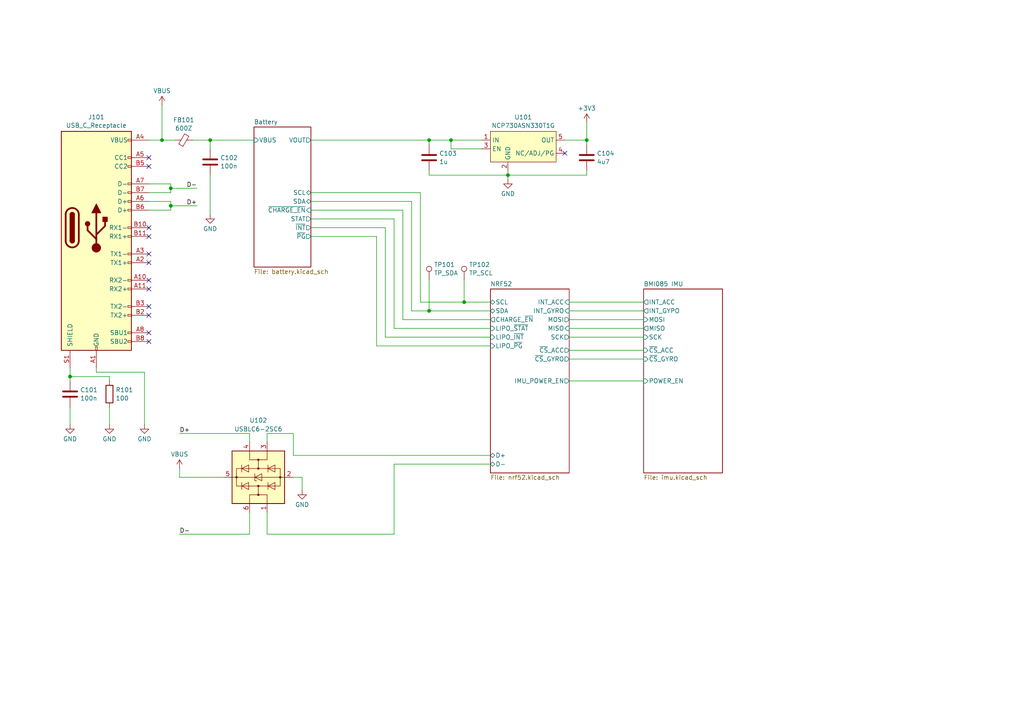
<source format=kicad_sch>
(kicad_sch (version 20230121) (generator eeschema)
  (paper "A4")
  (lib_symbols
    (symbol "Connector:TestPoint" (pin_numbers hide) (pin_names (offset 0.762) hide)
      (property "Reference" "TP" (at 0 6.858 0))
      (property "Value" "TestPoint" (at 0 5.08 0))
      (symbol "TestPoint_0_1"
        (circle (center 0 3.302) (radius 0.762))
      )
      (symbol "TestPoint_1_1"
        (pin passive line (at 0 0 90) (length 2.54) (name "1") (number "1"))
      )
    )
    (symbol "Connector:USB_C_Receptacle" (pin_names (offset 1.016))
      (property "Reference" "J" (at -10.16 29.21 0))
      (property "Value" "USB_C_Receptacle" (at 10.16 29.21 0))
      (symbol "USB_C_Receptacle_0_0"
        (rectangle (start -0.254 -35.56) (end 0.254 -34.544))
        (rectangle (start 10.16 -32.766) (end 9.144 -33.274))
        (rectangle (start 10.16 -30.226) (end 9.144 -30.734))
        (rectangle (start 10.16 -25.146) (end 9.144 -25.654))
        (rectangle (start 10.16 -22.606) (end 9.144 -23.114))
        (rectangle (start 10.16 -17.526) (end 9.144 -18.034))
        (rectangle (start 10.16 -14.986) (end 9.144 -15.494))
        (rectangle (start 10.16 -9.906) (end 9.144 -10.414))
        (rectangle (start 10.16 -7.366) (end 9.144 -7.874))
        (rectangle (start 10.16 -2.286) (end 9.144 -2.794))
        (rectangle (start 10.16 0.254) (end 9.144 -0.254))
        (rectangle (start 10.16 5.334) (end 9.144 4.826))
        (rectangle (start 10.16 7.874) (end 9.144 7.366))
        (rectangle (start 10.16 10.414) (end 9.144 9.906))
        (rectangle (start 10.16 12.954) (end 9.144 12.446))
        (rectangle (start 10.16 18.034) (end 9.144 17.526))
        (rectangle (start 10.16 20.574) (end 9.144 20.066))
        (rectangle (start 10.16 25.654) (end 9.144 25.146))
      )
      (symbol "USB_C_Receptacle_0_1"
        (rectangle (start -10.16 27.94) (end 10.16 -35.56) (stroke (width 0.254)) (fill (type background)))
        (arc (start -8.89 -3.81) (mid -6.985 -5.7067) (end -5.08 -3.81) (stroke (width 0.508)))
        (arc (start -7.62 -3.81) (mid -6.985 -4.4423) (end -6.35 -3.81) (stroke (width 0.254)))
        (arc (start -7.62 -3.81) (mid -6.985 -4.4423) (end -6.35 -3.81) (stroke (width 0.254)) (fill (type outline)))
        (rectangle (start -7.62 -3.81) (end -6.35 3.81) (stroke (width 0.254)) (fill (type outline)))
        (arc (start -6.35 3.81) (mid -6.985 4.4423) (end -7.62 3.81) (stroke (width 0.254)))
        (arc (start -6.35 3.81) (mid -6.985 4.4423) (end -7.62 3.81) (stroke (width 0.254)) (fill (type outline)))
        (arc (start -5.08 3.81) (mid -6.985 5.7067) (end -8.89 3.81) (stroke (width 0.508)))
        (polyline (pts (xy -8.89 -3.81) (xy -8.89 3.81)) (stroke (width 0.508)))
        (polyline (pts (xy -5.08 3.81) (xy -5.08 -3.81)) (stroke (width 0.508)))
      )
      (symbol "USB_C_Receptacle_1_1"
        (circle (center -2.54 1.143) (radius 0.635) (stroke (width 0.254)) (fill (type outline)))
        (circle (center 0 -5.842) (radius 1.27) (fill (type outline)))
        (polyline (pts (xy 0 -5.842) (xy 0 4.318)) (stroke (width 0.508)))
        (polyline (pts (xy 0 -3.302) (xy -2.54 -0.762) (xy -2.54 0.508)) (stroke (width 0.508)))
        (polyline (pts (xy 0 -2.032) (xy 2.54 0.508) (xy 2.54 1.778)) (stroke (width 0.508)))
        (polyline (pts (xy -1.27 4.318) (xy 0 6.858) (xy 1.27 4.318) (xy -1.27 4.318)) (stroke (width 0.254)) (fill (type outline)))
        (rectangle (start 1.905 1.778) (end 3.175 3.048) (stroke (width 0.254)) (fill (type outline)))
        (pin passive line (at 0 -40.64 90) (length 5.08) (name "GND") (number "A1"))
        (pin bidirectional line (at 15.24 -15.24 180) (length 5.08) (name "RX2-") (number "A10"))
        (pin bidirectional line (at 15.24 -17.78 180) (length 5.08) (name "RX2+") (number "A11"))
        (pin passive line (at 0 -40.64 90) (length 5.08) hide (name "GND") (number "A12"))
        (pin bidirectional line (at 15.24 -10.16 180) (length 5.08) (name "TX1+") (number "A2"))
        (pin bidirectional line (at 15.24 -7.62 180) (length 5.08) (name "TX1-") (number "A3"))
        (pin passive line (at 15.24 25.4 180) (length 5.08) (name "VBUS") (number "A4"))
        (pin bidirectional line (at 15.24 20.32 180) (length 5.08) (name "CC1") (number "A5"))
        (pin bidirectional line (at 15.24 7.62 180) (length 5.08) (name "D+") (number "A6"))
        (pin bidirectional line (at 15.24 12.7 180) (length 5.08) (name "D-") (number "A7"))
        (pin bidirectional line (at 15.24 -30.48 180) (length 5.08) (name "SBU1") (number "A8"))
        (pin passive line (at 15.24 25.4 180) (length 5.08) hide (name "VBUS") (number "A9"))
        (pin passive line (at 0 -40.64 90) (length 5.08) hide (name "GND") (number "B1"))
        (pin bidirectional line (at 15.24 0 180) (length 5.08) (name "RX1-") (number "B10"))
        (pin bidirectional line (at 15.24 -2.54 180) (length 5.08) (name "RX1+") (number "B11"))
        (pin passive line (at 0 -40.64 90) (length 5.08) hide (name "GND") (number "B12"))
        (pin bidirectional line (at 15.24 -25.4 180) (length 5.08) (name "TX2+") (number "B2"))
        (pin bidirectional line (at 15.24 -22.86 180) (length 5.08) (name "TX2-") (number "B3"))
        (pin passive line (at 15.24 25.4 180) (length 5.08) hide (name "VBUS") (number "B4"))
        (pin bidirectional line (at 15.24 17.78 180) (length 5.08) (name "CC2") (number "B5"))
        (pin bidirectional line (at 15.24 5.08 180) (length 5.08) (name "D+") (number "B6"))
        (pin bidirectional line (at 15.24 10.16 180) (length 5.08) (name "D-") (number "B7"))
        (pin bidirectional line (at 15.24 -33.02 180) (length 5.08) (name "SBU2") (number "B8"))
        (pin passive line (at 15.24 25.4 180) (length 5.08) hide (name "VBUS") (number "B9"))
        (pin passive line (at -7.62 -40.64 90) (length 5.08) (name "SHIELD") (number "S1"))
      )
    )
    (symbol "Device:C" (pin_numbers hide) (pin_names (offset 0.254))
      (property "Reference" "C" (at 0.635 2.54 0))
      (property "Value" "C" (at 0.635 -2.54 0))
      (symbol "C_0_1"
        (polyline (pts (xy -2.032 -0.762) (xy 2.032 -0.762)) (stroke (width 0.508)))
        (polyline (pts (xy -2.032 0.762) (xy 2.032 0.762)) (stroke (width 0.508)))
      )
      (symbol "C_1_1"
        (pin passive line (at 0 3.81 270) (length 2.794) (name "~") (number "1"))
        (pin passive line (at 0 -3.81 90) (length 2.794) (name "~") (number "2"))
      )
    )
    (symbol "Device:FerriteBead_Small" (pin_numbers hide) (pin_names (offset 0))
      (property "Reference" "FB" (at 1.905 1.27 0))
      (property "Value" "FerriteBead_Small" (at 1.905 -1.27 0))
      (symbol "FerriteBead_Small_0_1"
        (polyline (pts (xy 0 -1.27) (xy 0 -0.7874)))
        (polyline (pts (xy 0 0.889) (xy 0 1.2954)))
        (polyline (pts (xy -1.8288 0.2794) (xy -1.1176 1.4986) (xy 1.8288 -0.2032) (xy 1.1176 -1.4224) (xy -1.8288 0.2794)))
      )
      (symbol "FerriteBead_Small_1_1"
        (pin passive line (at 0 2.54 270) (length 1.27) (name "~") (number "1"))
        (pin passive line (at 0 -2.54 90) (length 1.27) (name "~") (number "2"))
      )
    )
    (symbol "Device:R" (pin_numbers hide) (pin_names (offset 0))
      (property "Reference" "R" (at 2.032 0 90))
      (property "Value" "R" (at 0 0 90))
      (symbol "R_0_1"
        (rectangle (start -1.016 -2.54) (end 1.016 2.54) (stroke (width 0.254)))
      )
      (symbol "R_1_1"
        (pin passive line (at 0 3.81 270) (length 1.27) (name "~") (number "1"))
        (pin passive line (at 0 -3.81 90) (length 1.27) (name "~") (number "2"))
      )
    )
    (symbol "Power_Protection:USBLC6-2SC6" (pin_names hide)
      (property "Reference" "U" (at 2.54 8.89 0))
      (property "Value" "USBLC6-2SC6" (at 2.54 -8.89 0))
      (symbol "USBLC6-2SC6_0_1"
        (rectangle (start -7.62 -7.62) (end 7.62 7.62) (stroke (width 0.254)) (fill (type background)))
        (circle (center -5.08 0) (radius 0.254) (fill (type outline)))
        (circle (center -2.54 0) (radius 0.254) (fill (type outline)))
        (rectangle (start -2.54 6.35) (end 2.54 -6.35))
        (circle (center 0 -6.35) (radius 0.254) (fill (type outline)))
        (polyline (pts (xy -5.08 -2.54) (xy -7.62 -2.54)))
        (polyline (pts (xy -5.08 0) (xy -5.08 -2.54)))
        (polyline (pts (xy -5.08 2.54) (xy -7.62 2.54)))
        (polyline (pts (xy -1.524 -2.794) (xy -3.556 -2.794)))
        (polyline (pts (xy -1.524 4.826) (xy -3.556 4.826)))
        (polyline (pts (xy 0 -7.62) (xy 0 -6.35)))
        (polyline (pts (xy 0 -6.35) (xy 0 1.27)))
        (polyline (pts (xy 0 1.27) (xy 0 6.35)))
        (polyline (pts (xy 0 6.35) (xy 0 7.62)))
        (polyline (pts (xy 1.524 -2.794) (xy 3.556 -2.794)))
        (polyline (pts (xy 1.524 4.826) (xy 3.556 4.826)))
        (polyline (pts (xy 5.08 -2.54) (xy 7.62 -2.54)))
        (polyline (pts (xy 5.08 0) (xy 5.08 -2.54)))
        (polyline (pts (xy 5.08 2.54) (xy 7.62 2.54)))
        (polyline (pts (xy -2.54 0) (xy -5.08 0) (xy -5.08 2.54)))
        (polyline (pts (xy 2.54 0) (xy 5.08 0) (xy 5.08 2.54)))
        (polyline (pts (xy -3.556 -4.826) (xy -1.524 -4.826) (xy -2.54 -2.794) (xy -3.556 -4.826)))
        (polyline (pts (xy -3.556 2.794) (xy -1.524 2.794) (xy -2.54 4.826) (xy -3.556 2.794)))
        (polyline (pts (xy -1.016 -1.016) (xy 1.016 -1.016) (xy 0 1.016) (xy -1.016 -1.016)))
        (polyline (pts (xy 1.016 1.016) (xy 0.762 1.016) (xy -1.016 1.016) (xy -1.016 0.508)))
        (polyline (pts (xy 3.556 -4.826) (xy 1.524 -4.826) (xy 2.54 -2.794) (xy 3.556 -4.826)))
        (polyline (pts (xy 3.556 2.794) (xy 1.524 2.794) (xy 2.54 4.826) (xy 3.556 2.794)))
        (circle (center 0 6.35) (radius 0.254) (fill (type outline)))
        (circle (center 2.54 0) (radius 0.254) (fill (type outline)))
        (circle (center 5.08 0) (radius 0.254) (fill (type outline)))
      )
      (symbol "USBLC6-2SC6_1_1"
        (pin passive line (at -10.16 -2.54 0) (length 2.54) (name "I/O1") (number "1"))
        (pin passive line (at 0 -10.16 90) (length 2.54) (name "GND") (number "2"))
        (pin passive line (at 10.16 -2.54 180) (length 2.54) (name "I/O2") (number "3"))
        (pin passive line (at 10.16 2.54 180) (length 2.54) (name "I/O2") (number "4"))
        (pin passive line (at 0 10.16 270) (length 2.54) (name "VBUS") (number "5"))
        (pin passive line (at -10.16 2.54 0) (length 2.54) (name "I/O1") (number "6"))
      )
    )
    (symbol "power:+3V3" (power) (pin_names (offset 0))
      (property "Value" "+3V3" (at 0 3.556 0))
      (symbol "+3V3_0_1"
        (polyline (pts (xy -0.762 1.27) (xy 0 2.54)))
        (polyline (pts (xy 0 0) (xy 0 2.54)))
        (polyline (pts (xy 0 2.54) (xy 0.762 1.27)))
      )
      (symbol "+3V3_1_1"
        (pin power_in line (at 0 0 90) (length 0) hide (name "+3V3") (number "1"))
      )
    )
    (symbol "power:GND" (power) (pin_names (offset 0))
      (property "Value" "GND" (at 0 -3.81 0))
      (symbol "GND_0_1"
        (polyline (pts (xy 0 0) (xy 0 -1.27) (xy 1.27 -1.27) (xy 0 -2.54) (xy -1.27 -1.27) (xy 0 -1.27)))
      )
      (symbol "GND_1_1"
        (pin power_in line (at 0 0 270) (length 0) hide (name "GND") (number "1"))
      )
    )
    (symbol "power:VBUS" (power) (pin_names (offset 0))
      (property "Value" "VBUS" (at 0 3.81 0))
      (symbol "VBUS_0_1"
        (polyline (pts (xy -0.762 1.27) (xy 0 2.54)))
        (polyline (pts (xy 0 0) (xy 0 2.54)))
        (polyline (pts (xy 0 2.54) (xy 0.762 1.27)))
      )
      (symbol "VBUS_1_1"
        (pin power_in line (at 0 0 90) (length 0) hide (name "VBUS") (number "1"))
      )
    )
    (symbol "shimatta_regulators:NCP730xxxxxxT1G"
      (property "Reference" "U" (at 0 7.62 0))
      (property "Value" "NCP730xxxxxxT1G" (at 0 5.08 0))
      (symbol "NCP730xxxxxxT1G_0_1"
        (rectangle (start -8.89 3.81) (end 10.16 -5.08) (stroke (width 0.1524)) (fill (type background)))
      )
      (symbol "NCP730xxxxxxT1G_1_1"
        (pin power_in line (at -11.43 1.27 0) (length 2.54) (name "IN") (number "1"))
        (pin power_in line (at -3.81 -7.62 90) (length 2.54) (name "GND") (number "2"))
        (pin input line (at -11.43 -1.27 0) (length 2.54) (name "EN") (number "3"))
        (pin unspecified line (at 12.7 -2.54 180) (length 2.54) (name "NC/ADJ/PG") (number "4"))
        (pin power_out line (at 12.7 1.27 180) (length 2.54) (name "OUT") (number "5"))
      )
    )
  )
  (junction (at 124.46 40.64))
  (junction (at 134.62 87.63))
  (junction (at 46.99 40.64))
  (junction (at 170.18 40.64))
  (junction (at 20.32 109.22))
  (junction (at 60.96 40.64))
  (junction (at 49.53 54.61))
  (junction (at 49.53 59.69))
  (junction (at 147.32 50.8))
  (junction (at 124.46 90.17))
  (junction (at 130.81 40.64))
  (no_connect (at 43.18 96.52))
  (no_connect (at 43.18 88.9))
  (no_connect (at 43.18 73.66))
  (no_connect (at 43.18 83.82))
  (no_connect (at 43.18 81.28))
  (no_connect (at 43.18 68.58))
  (no_connect (at 43.18 76.2))
  (no_connect (at 43.18 91.44))
  (no_connect (at 163.83 44.45))
  (no_connect (at 43.18 48.26))
  (no_connect (at 43.18 45.72))
  (no_connect (at 43.18 66.04))
  (no_connect (at 43.18 99.06))
  (wire (pts (xy 109.22 100.33) (xy 109.22 68.58)))
  (wire (pts (xy 90.17 68.58) (xy 109.22 68.58)))
  (wire (pts (xy 142.24 100.33) (xy 109.22 100.33)))
  (wire (pts (xy 124.46 40.64) (xy 124.46 41.91)))
  (wire (pts (xy 52.07 125.73) (xy 72.39 125.73)))
  (wire (pts (xy 52.07 154.94) (xy 72.39 154.94)))
  (wire (pts (xy 130.81 40.64) (xy 130.81 43.18)))
  (wire (pts (xy 60.96 50.8) (xy 60.96 62.23)))
  (wire (pts (xy 165.1 87.63) (xy 186.69 87.63)))
  (wire (pts (xy 147.32 49.53) (xy 147.32 50.8)))
  (wire (pts (xy 27.94 107.95) (xy 41.91 107.95)))
  (wire (pts (xy 49.53 59.69) (xy 49.53 60.96)))
  (wire (pts (xy 77.47 128.27) (xy 77.47 125.73)))
  (wire (pts (xy 49.53 53.34) (xy 49.53 54.61)))
  (wire (pts (xy 46.99 40.64) (xy 50.8 40.64)))
  (wire (pts (xy 119.38 58.42) (xy 119.38 90.17)))
  (wire (pts (xy 72.39 154.94) (xy 72.39 148.59)))
  (wire (pts (xy 49.53 60.96) (xy 43.18 60.96)))
  (wire (pts (xy 49.53 58.42) (xy 49.53 59.69)))
  (wire (pts (xy 43.18 53.34) (xy 49.53 53.34)))
  (wire (pts (xy 165.1 95.25) (xy 186.69 95.25)))
  (wire (pts (xy 27.94 106.68) (xy 27.94 107.95)))
  (wire (pts (xy 119.38 90.17) (xy 124.46 90.17)))
  (wire (pts (xy 142.24 134.62) (xy 114.3 134.62)))
  (wire (pts (xy 147.32 50.8) (xy 147.32 52.07)))
  (wire (pts (xy 165.1 92.71) (xy 186.69 92.71)))
  (wire (pts (xy 72.39 128.27) (xy 72.39 125.73)))
  (wire (pts (xy 116.84 92.71) (xy 116.84 60.96)))
  (wire (pts (xy 165.1 104.14) (xy 186.69 104.14)))
  (wire (pts (xy 90.17 63.5) (xy 114.3 63.5)))
  (wire (pts (xy 163.83 40.64) (xy 170.18 40.64)))
  (wire (pts (xy 87.63 138.43) (xy 87.63 142.24)))
  (wire (pts (xy 124.46 90.17) (xy 142.24 90.17)))
  (wire (pts (xy 20.32 118.11) (xy 20.32 123.19)))
  (wire (pts (xy 31.75 118.11) (xy 31.75 123.19)))
  (wire (pts (xy 20.32 109.22) (xy 20.32 110.49)))
  (wire (pts (xy 90.17 55.88) (xy 121.92 55.88)))
  (wire (pts (xy 111.76 97.79) (xy 111.76 66.04)))
  (wire (pts (xy 20.32 109.22) (xy 31.75 109.22)))
  (wire (pts (xy 85.09 125.73) (xy 85.09 132.08)))
  (wire (pts (xy 90.17 58.42) (xy 119.38 58.42)))
  (wire (pts (xy 124.46 81.28) (xy 124.46 90.17)))
  (wire (pts (xy 49.53 54.61) (xy 49.53 55.88)))
  (wire (pts (xy 142.24 92.71) (xy 116.84 92.71)))
  (wire (pts (xy 121.92 87.63) (xy 121.92 55.88)))
  (wire (pts (xy 134.62 81.28) (xy 134.62 87.63)))
  (wire (pts (xy 170.18 35.56) (xy 170.18 40.64)))
  (wire (pts (xy 52.07 138.43) (xy 64.77 138.43)))
  (wire (pts (xy 142.24 87.63) (xy 134.62 87.63)))
  (wire (pts (xy 49.53 59.69) (xy 57.15 59.69)))
  (wire (pts (xy 77.47 125.73) (xy 85.09 125.73)))
  (wire (pts (xy 46.99 30.48) (xy 46.99 40.64)))
  (wire (pts (xy 114.3 134.62) (xy 114.3 154.94)))
  (wire (pts (xy 170.18 40.64) (xy 170.18 41.91)))
  (wire (pts (xy 55.88 40.64) (xy 60.96 40.64)))
  (wire (pts (xy 90.17 40.64) (xy 124.46 40.64)))
  (wire (pts (xy 130.81 43.18) (xy 139.7 43.18)))
  (wire (pts (xy 142.24 97.79) (xy 111.76 97.79)))
  (wire (pts (xy 31.75 109.22) (xy 31.75 110.49)))
  (wire (pts (xy 114.3 95.25) (xy 142.24 95.25)))
  (wire (pts (xy 124.46 49.53) (xy 124.46 50.8)))
  (wire (pts (xy 147.32 50.8) (xy 170.18 50.8)))
  (wire (pts (xy 90.17 66.04) (xy 111.76 66.04)))
  (wire (pts (xy 170.18 50.8) (xy 170.18 49.53)))
  (wire (pts (xy 165.1 101.6) (xy 186.69 101.6)))
  (wire (pts (xy 77.47 148.59) (xy 77.47 154.94)))
  (wire (pts (xy 124.46 40.64) (xy 130.81 40.64)))
  (wire (pts (xy 165.1 90.17) (xy 186.69 90.17)))
  (wire (pts (xy 85.09 132.08) (xy 142.24 132.08)))
  (wire (pts (xy 90.17 60.96) (xy 116.84 60.96)))
  (wire (pts (xy 85.09 138.43) (xy 87.63 138.43)))
  (wire (pts (xy 20.32 106.68) (xy 20.32 109.22)))
  (wire (pts (xy 165.1 110.49) (xy 186.69 110.49)))
  (wire (pts (xy 52.07 135.89) (xy 52.07 138.43)))
  (wire (pts (xy 41.91 107.95) (xy 41.91 123.19)))
  (wire (pts (xy 130.81 40.64) (xy 139.7 40.64)))
  (wire (pts (xy 165.1 97.79) (xy 186.69 97.79)))
  (wire (pts (xy 124.46 50.8) (xy 147.32 50.8)))
  (wire (pts (xy 114.3 154.94) (xy 77.47 154.94)))
  (wire (pts (xy 49.53 54.61) (xy 57.15 54.61)))
  (wire (pts (xy 43.18 58.42) (xy 49.53 58.42)))
  (wire (pts (xy 49.53 55.88) (xy 43.18 55.88)))
  (wire (pts (xy 60.96 40.64) (xy 73.66 40.64)))
  (wire (pts (xy 43.18 40.64) (xy 46.99 40.64)))
  (wire (pts (xy 134.62 87.63) (xy 121.92 87.63)))
  (wire (pts (xy 114.3 63.5) (xy 114.3 95.25)))
  (wire (pts (xy 60.96 40.64) (xy 60.96 43.18)))
  (label "D+" (at 57.15 59.69 180))
  (label "D+" (at 52.07 125.73 0))
  (label "D-" (at 57.15 54.61 180))
  (label "D-" (at 52.07 154.94 0))
  (symbol (lib_id "Device:C") (at 170.18 45.72 0) (unit 1)
    (property "Reference" "C104" (at 173.101 44.5079 0) (effects (justify left)))
    (property "Value" "4u7" (at 173.101 46.9321 0) (effects (justify left)))
  )
  (symbol (lib_id "Connector:USB_C_Receptacle") (at 27.94 66.04 0) (unit 1)
    (property "Reference" "J101" (at 27.94 33.9557 0))
    (property "Value" "USB_C_Receptacle" (at 27.94 36.3799 0))
    (property "Datasheet" "https://www.usb.org/sites/default/files/documents/usb_type-c.zip" (effects hide))
  )
  (symbol (lib_id "Connector:TestPoint") (at 124.46 81.28 0) (unit 1)
    (property "Reference" "TP101" (at 125.857 76.7659 0) (effects (justify left)))
    (property "Value" "TP_SDA" (at 125.857 79.1901 0) (effects (justify left)))
  )
  (symbol (lib_id "Connector:TestPoint") (at 134.62 81.28 0) (unit 1)
    (property "Reference" "TP102" (at 136.017 76.7659 0) (effects (justify left)))
    (property "Value" "TP_SCL" (at 136.017 79.1901 0) (effects (justify left)))
  )
  (symbol (lib_id "power:VBUS") (at 52.07 135.89 0) (unit 1)
    (property "Reference" "#PWR0108" (effects hide))
    (property "Value" "VBUS" (at 52.07 131.7569 0))
  )
  (symbol (lib_id "power:VBUS") (at 46.99 30.48 0) (unit 1)
    (property "Reference" "#PWR0107" (effects hide))
    (property "Value" "VBUS" (at 46.99 26.3469 0))
  )
  (symbol (lib_id "Device:C") (at 20.32 114.3 0) (unit 1)
    (property "Reference" "C101" (at 23.241 113.0879 0) (effects (justify left)))
    (property "Value" "100n" (at 23.241 115.5121 0) (effects (justify left)))
  )
  (symbol (lib_id "power:GND") (at 60.96 62.23 0) (unit 1)
    (property "Reference" "#PWR0104" (effects hide))
    (property "Value" "GND" (at 60.96 66.3631 0))
  )
  (symbol (lib_id "power:GND") (at 147.32 52.07 0) (unit 1)
    (property "Reference" "#PWR0105" (effects hide))
    (property "Value" "GND" (at 147.32 56.2031 0))
  )
  (symbol (lib_id "Device:C") (at 124.46 45.72 0) (unit 1)
    (property "Reference" "C103" (at 127.381 44.5079 0) (effects (justify left)))
    (property "Value" "1u" (at 127.381 46.9321 0) (effects (justify left)))
  )
  (symbol (lib_id "power:GND") (at 41.91 123.19 0) (unit 1)
    (property "Reference" "#PWR0101" (effects hide))
    (property "Value" "GND" (at 41.91 127.3231 0))
  )
  (symbol (lib_id "power:GND") (at 87.63 142.24 0) (unit 1)
    (property "Reference" "#PWR0109" (effects hide))
    (property "Value" "GND" (at 87.63 146.3731 0))
  )
  (symbol (lib_id "power:GND") (at 20.32 123.19 0) (unit 1)
    (property "Reference" "#PWR0103" (effects hide))
    (property "Value" "GND" (at 20.32 127.3231 0))
  )
  (symbol (lib_id "Device:C") (at 60.96 46.99 0) (unit 1)
    (property "Reference" "C102" (at 63.881 45.7779 0) (effects (justify left)))
    (property "Value" "100n" (at 63.881 48.2021 0) (effects (justify left)))
  )
  (symbol (lib_id "shimatta_regulators:NCP730xxxxxxT1G") (at 151.13 41.91 0) (unit 1)
    (property "Reference" "U101" (at 151.765 34.0065 0))
    (property "Value" "NCP730ASN330T1G" (at 151.765 36.4307 0))
    (property "Footprint" "Package_SO:TSOP-5_1.65x3.05mm_P0.95mm" (effects hide))
    (property "Datasheet" "https://www.mouser.de/datasheet/2/308/NCP730_D-1760032.pdf" (effects hide))
  )
  (symbol (lib_id "power:GND") (at 31.75 123.19 0) (unit 1)
    (property "Reference" "#PWR0102" (effects hide))
    (property "Value" "GND" (at 31.75 127.3231 0))
  )
  (symbol (lib_id "Power_Protection:USBLC6-2SC6") (at 74.93 138.43 90) (unit 1)
    (property "Reference" "U102" (at 74.93 121.92 90))
    (property "Value" "USBLC6-2SC6" (at 74.93 124.46 90))
    (property "Footprint" "Package_TO_SOT_SMD:SOT-23-6" (effects hide))
    (property "Datasheet" "https://www.st.com/resource/en/datasheet/usblc6-2.pdf" (effects hide))
  )
  (symbol (lib_id "power:+3V3") (at 170.18 35.56 0) (unit 1)
    (property "Reference" "#PWR0106" (effects hide))
    (property "Value" "+3V3" (at 170.18 31.4269 0))
  )
  (symbol (lib_id "Device:R") (at 31.75 114.3 0) (unit 1)
    (property "Reference" "R101" (at 33.528 113.0879 0) (effects (justify left)))
    (property "Value" "100" (at 33.528 115.5121 0) (effects (justify left)))
  )
  (symbol (lib_id "Device:FerriteBead_Small") (at 53.34 40.64 90) (unit 1)
    (property "Reference" "FB101" (at 53.3019 34.7939 90))
    (property "Value" "600Z" (at 53.3019 37.2181 90))
  )
  (sheet (at 142.24 83.82) (size 22.86 53.34) (stroke (width 0.1524))
    (property "Sheetname" "NRF52" (at 142.24 83.1084 0) (effects (justify left bottom)))
    (property "Sheetfile" "nrf52.kicad_sch" (at 142.24 137.7446 0) (effects (justify left top)))
    (pin "INT_ACC" input (at 165.1 87.63 0))
    (pin "SDA" bidirectional (at 142.24 90.17 180))
    (pin "INT_GYRO" input (at 165.1 90.17 0))
    (pin "SCL" bidirectional (at 142.24 87.63 180))
    (pin "D-" bidirectional (at 142.24 134.62 180))
    (pin "D+" bidirectional (at 142.24 132.08 180))
    (pin "MOSI" output (at 165.1 92.71 0))
    (pin "~{CS}_ACC" output (at 165.1 101.6 0))
    (pin "~{CS}_GYRO" output (at 165.1 104.14 0))
    (pin "SCK" output (at 165.1 97.79 0))
    (pin "MISO" input (at 165.1 95.25 0))
    (pin "IMU_POWER_EN" output (at 165.1 110.49 0))
    (pin "CHARGE_~{EN}" output (at 142.24 92.71 180))
    (pin "LIPO_~{PG}" input (at 142.24 100.33 180))
    (pin "LIPO_~{INT}" input (at 142.24 97.79 180))
    (pin "LIPO_~{STAT}" input (at 142.24 95.25 180))
  )
  (sheet (at 73.66 36.83) (size 16.51 40.64) (stroke (width 0.1524))
    (property "Sheetname" "Battery" (at 73.66 36.1184 0) (effects (justify left bottom)))
    (property "Sheetfile" "battery.kicad_sch" (at 73.66 78.0546 0) (effects (justify left top)))
    (pin "VBUS" input (at 73.66 40.64 180))
    (pin "~{CHARGE_EN}" input (at 90.17 60.96 0))
    (pin "SCL" bidirectional (at 90.17 55.88 0))
    (pin "SDA" bidirectional (at 90.17 58.42 0))
    (pin "STAT" output (at 90.17 63.5 0))
    (pin "~{INT}" output (at 90.17 66.04 0))
    (pin "~{PG}" output (at 90.17 68.58 0))
    (pin "VOUT" output (at 90.17 40.64 0))
  )
  (sheet (at 186.69 83.82) (size 22.86 53.34) (stroke (width 0.1524))
    (property "Sheetname" "BMI085 IMU" (at 186.69 83.1084 0) (effects (justify left bottom)))
    (property "Sheetfile" "imu.kicad_sch" (at 186.69 137.7446 0) (effects (justify left top)))
    (pin "~{CS}_ACC" input (at 186.69 101.6 180))
    (pin "~{CS}_GYRO" input (at 186.69 104.14 180))
    (pin "MOSI" input (at 186.69 92.71 180))
    (pin "INT_GYPO" output (at 186.69 90.17 180))
    (pin "SCK" input (at 186.69 97.79 180))
    (pin "INT_ACC" output (at 186.69 87.63 180))
    (pin "MISO" output (at 186.69 95.25 180))
    (pin "POWER_EN" input (at 186.69 110.49 180))
  )
)
</source>
